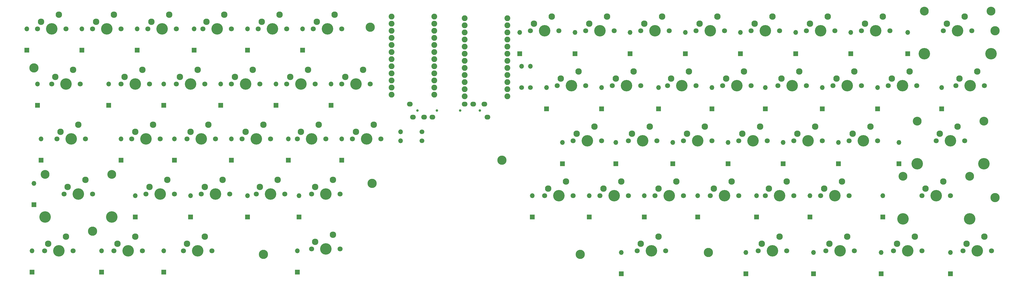
<source format=gbr>
%TF.GenerationSoftware,KiCad,Pcbnew,(5.1.6)-1*%
%TF.CreationDate,2020-11-23T11:28:14-06:00*%
%TF.ProjectId,kb,6b622e6b-6963-4616-945f-706362585858,rev?*%
%TF.SameCoordinates,Original*%
%TF.FileFunction,Soldermask,Bot*%
%TF.FilePolarity,Negative*%
%FSLAX46Y46*%
G04 Gerber Fmt 4.6, Leading zero omitted, Abs format (unit mm)*
G04 Created by KiCad (PCBNEW (5.1.6)-1) date 2020-11-23 11:28:14*
%MOMM*%
%LPD*%
G01*
G04 APERTURE LIST*
%ADD10C,1.800000*%
%ADD11C,4.100000*%
%ADD12C,2.300000*%
%ADD13O,2.100000X1.700000*%
%ADD14C,0.900000*%
%ADD15C,3.300000*%
%ADD16C,3.150000*%
%ADD17O,1.700000X1.700000*%
%ADD18C,1.700000*%
%ADD19R,1.700000X1.700000*%
%ADD20C,2.082800*%
G04 APERTURE END LIST*
D10*
%TO.C,One1*%
X61595000Y-27305000D03*
X51435000Y-27305000D03*
D11*
X56515000Y-27305000D03*
D12*
X52705000Y-24765000D03*
X59055000Y-22225000D03*
%TD*%
D13*
%TO.C,J3*%
X192275000Y-58815000D03*
X191175000Y-54215000D03*
X184175000Y-54215000D03*
D14*
X189575000Y-56515000D03*
X182575000Y-56515000D03*
D13*
X187175000Y-54215000D03*
%TD*%
%TO.C,J1*%
X164595000Y-54215000D03*
X165695000Y-58815000D03*
X172695000Y-58815000D03*
D14*
X167295000Y-56515000D03*
X174295000Y-56515000D03*
D13*
X169695000Y-58815000D03*
%TD*%
D15*
%TO.C, *%
X373380000Y-87630000D03*
%TD*%
%TO.C, *%
X373380000Y-27940000D03*
%TD*%
%TO.C, *%
X225425000Y-107950000D03*
%TD*%
%TO.C, *%
X197485000Y-74295000D03*
%TD*%
%TO.C, *%
X271145000Y-107315000D03*
%TD*%
D10*
%TO.C,Zero1*%
X296545000Y-27940000D03*
X286385000Y-27940000D03*
D11*
X291465000Y-27940000D03*
D12*
X287655000Y-25400000D03*
X294005000Y-22860000D03*
%TD*%
D10*
%TO.C,Y1*%
X227330000Y-47625000D03*
X217170000Y-47625000D03*
D11*
X222250000Y-47625000D03*
D12*
X218440000Y-45085000D03*
X224790000Y-42545000D03*
%TD*%
D10*
%TO.C,UnderScore1*%
X316230000Y-27940000D03*
X306070000Y-27940000D03*
D11*
X311150000Y-27940000D03*
D12*
X307340000Y-25400000D03*
X313690000Y-22860000D03*
%TD*%
D10*
%TO.C,U1*%
X247015000Y-47625000D03*
X236855000Y-47625000D03*
D11*
X241935000Y-47625000D03*
D12*
X238125000Y-45085000D03*
X244475000Y-42545000D03*
%TD*%
D10*
%TO.C,Six1*%
X217805000Y-27940000D03*
X207645000Y-27940000D03*
D11*
X212725000Y-27940000D03*
D12*
X208915000Y-25400000D03*
X215265000Y-22860000D03*
%TD*%
D10*
%TO.C,Seven1*%
X237490000Y-27940000D03*
X227330000Y-27940000D03*
D11*
X232410000Y-27940000D03*
D12*
X228600000Y-25400000D03*
X234950000Y-22860000D03*
%TD*%
D10*
%TO.C,RightWindows1*%
X323215000Y-106680000D03*
X313055000Y-106680000D03*
D11*
X318135000Y-106680000D03*
D12*
X314325000Y-104140000D03*
X320675000Y-101600000D03*
%TD*%
D10*
%TO.C,RightSpace1*%
X255905000Y-106680000D03*
X245745000Y-106680000D03*
D11*
X250825000Y-106680000D03*
D12*
X247015000Y-104140000D03*
X253365000Y-101600000D03*
%TD*%
D16*
%TO.C,RightShift1*%
X364325000Y-79995000D03*
X340525000Y-79995000D03*
D11*
X340525000Y-95235000D03*
X364325000Y-95235000D03*
D10*
X357505000Y-86995000D03*
X347345000Y-86995000D03*
D11*
X352425000Y-86995000D03*
D12*
X348615000Y-84455000D03*
X354965000Y-81915000D03*
%TD*%
D10*
%TO.C,RightCtrl1*%
X372110000Y-106680000D03*
X361950000Y-106680000D03*
D11*
X367030000Y-106680000D03*
D12*
X363220000Y-104140000D03*
X369570000Y-101600000D03*
%TD*%
D10*
%TO.C,RightBracket1*%
X345440000Y-47625000D03*
X335280000Y-47625000D03*
D11*
X340360000Y-47625000D03*
D12*
X336550000Y-45085000D03*
X342900000Y-42545000D03*
%TD*%
D10*
%TO.C,RightAlt1*%
X299085000Y-106680000D03*
X288925000Y-106680000D03*
D11*
X294005000Y-106680000D03*
D12*
X290195000Y-104140000D03*
X296545000Y-101600000D03*
%TD*%
D10*
%TO.C,RightAlligaotr1*%
X301625000Y-86995000D03*
X291465000Y-86995000D03*
D11*
X296545000Y-86995000D03*
D12*
X292735000Y-84455000D03*
X299085000Y-81915000D03*
%TD*%
D17*
%TO.C,R5*%
X204470000Y-40640000D03*
D18*
X204470000Y-48260000D03*
%TD*%
D17*
%TO.C,R4*%
X207645000Y-40640000D03*
D18*
X207645000Y-48260000D03*
%TD*%
D10*
%TO.C,QuoteSign1*%
X331470000Y-67310000D03*
X321310000Y-67310000D03*
D11*
X326390000Y-67310000D03*
D12*
X322580000Y-64770000D03*
X328930000Y-62230000D03*
%TD*%
D10*
%TO.C,QuestionMark1*%
X321310000Y-86995000D03*
X311150000Y-86995000D03*
D11*
X316230000Y-86995000D03*
D12*
X312420000Y-84455000D03*
X318770000Y-81915000D03*
%TD*%
D10*
%TO.C,P1*%
X306070000Y-47625000D03*
X295910000Y-47625000D03*
D11*
X300990000Y-47625000D03*
D12*
X297180000Y-45085000D03*
X303530000Y-42545000D03*
%TD*%
D10*
%TO.C,O1*%
X286385000Y-47625000D03*
X276225000Y-47625000D03*
D11*
X281305000Y-47625000D03*
D12*
X277495000Y-45085000D03*
X283845000Y-42545000D03*
%TD*%
D10*
%TO.C,Nine1*%
X276860000Y-27940000D03*
X266700000Y-27940000D03*
D11*
X271780000Y-27940000D03*
D12*
X267970000Y-25400000D03*
X274320000Y-22860000D03*
%TD*%
D10*
%TO.C,N1*%
X242570000Y-86995000D03*
X232410000Y-86995000D03*
D11*
X237490000Y-86995000D03*
D12*
X233680000Y-84455000D03*
X240030000Y-81915000D03*
%TD*%
D10*
%TO.C,MenuButton1*%
X347345000Y-106680000D03*
X337185000Y-106680000D03*
D11*
X342265000Y-106680000D03*
D12*
X338455000Y-104140000D03*
X344805000Y-101600000D03*
%TD*%
D10*
%TO.C,M1*%
X262255000Y-86995000D03*
X252095000Y-86995000D03*
D11*
X257175000Y-86995000D03*
D12*
X253365000Y-84455000D03*
X259715000Y-81915000D03*
%TD*%
D10*
%TO.C,LeftBracket1*%
X325755000Y-47625000D03*
X315595000Y-47625000D03*
D11*
X320675000Y-47625000D03*
D12*
X316865000Y-45085000D03*
X323215000Y-42545000D03*
%TD*%
D10*
%TO.C,LeftAligator1*%
X281940000Y-86995000D03*
X271780000Y-86995000D03*
D11*
X276860000Y-86995000D03*
D12*
X273050000Y-84455000D03*
X279400000Y-81915000D03*
%TD*%
D10*
%TO.C,L1*%
X292100000Y-67310000D03*
X281940000Y-67310000D03*
D11*
X287020000Y-67310000D03*
D12*
X283210000Y-64770000D03*
X289560000Y-62230000D03*
%TD*%
D10*
%TO.C,K1*%
X272415000Y-67310000D03*
X262255000Y-67310000D03*
D11*
X267335000Y-67310000D03*
D12*
X263525000Y-64770000D03*
X269875000Y-62230000D03*
%TD*%
D10*
%TO.C,J2*%
X252730000Y-67310000D03*
X242570000Y-67310000D03*
D11*
X247650000Y-67310000D03*
D12*
X243840000Y-64770000D03*
X250190000Y-62230000D03*
%TD*%
D10*
%TO.C,I1*%
X266700000Y-47625000D03*
X256540000Y-47625000D03*
D11*
X261620000Y-47625000D03*
D12*
X257810000Y-45085000D03*
X264160000Y-42545000D03*
%TD*%
D10*
%TO.C,H1*%
X233045000Y-67310000D03*
X222885000Y-67310000D03*
D11*
X227965000Y-67310000D03*
D12*
X224155000Y-64770000D03*
X230505000Y-62230000D03*
%TD*%
D10*
%TO.C,EqualsSign1*%
X335915000Y-27940000D03*
X325755000Y-27940000D03*
D11*
X330835000Y-27940000D03*
D12*
X327025000Y-25400000D03*
X333375000Y-22860000D03*
%TD*%
D16*
%TO.C,Enter1*%
X369405000Y-60310000D03*
X345605000Y-60310000D03*
D11*
X345605000Y-75550000D03*
X369405000Y-75550000D03*
D10*
X362585000Y-67310000D03*
X352425000Y-67310000D03*
D11*
X357505000Y-67310000D03*
D12*
X353695000Y-64770000D03*
X360045000Y-62230000D03*
%TD*%
D10*
%TO.C,Eight1*%
X257175000Y-27940000D03*
X247015000Y-27940000D03*
D11*
X252095000Y-27940000D03*
D12*
X248285000Y-25400000D03*
X254635000Y-22860000D03*
%TD*%
D17*
%TO.C,D63*%
X357505000Y-107315000D03*
D19*
X357505000Y-114935000D03*
%TD*%
D17*
%TO.C,D62*%
X333375000Y-86995000D03*
D19*
X333375000Y-94615000D03*
%TD*%
D17*
%TO.C,D61*%
X339090000Y-67945000D03*
D19*
X339090000Y-75565000D03*
%TD*%
D17*
%TO.C,D60*%
X354330000Y-48260000D03*
D19*
X354330000Y-55880000D03*
%TD*%
D17*
%TO.C,D59*%
X342265000Y-28575000D03*
D19*
X342265000Y-36195000D03*
%TD*%
D17*
%TO.C,D58*%
X332740000Y-107315000D03*
D19*
X332740000Y-114935000D03*
%TD*%
D17*
%TO.C,D57*%
X307340000Y-86995000D03*
D19*
X307340000Y-94615000D03*
%TD*%
D17*
%TO.C,D56*%
X317500000Y-67945000D03*
D19*
X317500000Y-75565000D03*
%TD*%
D17*
%TO.C,D55*%
X331470000Y-48260000D03*
D19*
X331470000Y-55880000D03*
%TD*%
D17*
%TO.C,D54*%
X321945000Y-28575000D03*
D19*
X321945000Y-36195000D03*
%TD*%
D17*
%TO.C,D53*%
X308610000Y-107315000D03*
D19*
X308610000Y-114935000D03*
%TD*%
D17*
%TO.C,D52*%
X288290000Y-86995000D03*
D19*
X288290000Y-94615000D03*
%TD*%
D17*
%TO.C,D51*%
X297815000Y-67945000D03*
D19*
X297815000Y-75565000D03*
%TD*%
D17*
%TO.C,D50*%
X311785000Y-48260000D03*
D19*
X311785000Y-55880000D03*
%TD*%
D17*
%TO.C,D49*%
X302260000Y-28575000D03*
D19*
X302260000Y-36195000D03*
%TD*%
D17*
%TO.C,D48*%
X284480000Y-107315000D03*
D19*
X284480000Y-114935000D03*
%TD*%
D17*
%TO.C,D47*%
X267335000Y-86995000D03*
D19*
X267335000Y-94615000D03*
%TD*%
D17*
%TO.C,D46*%
X278130000Y-67945000D03*
D19*
X278130000Y-75565000D03*
%TD*%
D17*
%TO.C,D45*%
X291465000Y-48260000D03*
D19*
X291465000Y-55880000D03*
%TD*%
D17*
%TO.C,D44*%
X282575000Y-28575000D03*
D19*
X282575000Y-36195000D03*
%TD*%
D17*
%TO.C,D43*%
X240030000Y-107315000D03*
D19*
X240030000Y-114935000D03*
%TD*%
D17*
%TO.C,D42*%
X248285000Y-86995000D03*
D19*
X248285000Y-94615000D03*
%TD*%
D17*
%TO.C,D41*%
X258445000Y-67945000D03*
D19*
X258445000Y-75565000D03*
%TD*%
D17*
%TO.C,D40*%
X272415000Y-48260000D03*
D19*
X272415000Y-55880000D03*
%TD*%
D17*
%TO.C,D39*%
X262890000Y-28575000D03*
D19*
X262890000Y-36195000D03*
%TD*%
D17*
%TO.C,D38*%
X228600000Y-86995000D03*
D19*
X228600000Y-94615000D03*
%TD*%
D17*
%TO.C,D37*%
X238125000Y-67945000D03*
D19*
X238125000Y-75565000D03*
%TD*%
D17*
%TO.C,D36*%
X253365000Y-48260000D03*
D19*
X253365000Y-55880000D03*
%TD*%
D17*
%TO.C,D35*%
X243205000Y-28575000D03*
D19*
X243205000Y-36195000D03*
%TD*%
D17*
%TO.C,D34*%
X208280000Y-86995000D03*
D19*
X208280000Y-94615000D03*
%TD*%
D17*
%TO.C,D33*%
X219075000Y-67945000D03*
D19*
X219075000Y-75565000D03*
%TD*%
D17*
%TO.C,D32*%
X233045000Y-48260000D03*
D19*
X233045000Y-55880000D03*
%TD*%
D17*
%TO.C,D31*%
X223520000Y-28575000D03*
D19*
X223520000Y-36195000D03*
%TD*%
D17*
%TO.C,D30*%
X213360000Y-48260000D03*
D19*
X213360000Y-55880000D03*
%TD*%
D17*
%TO.C,D29*%
X203835000Y-28575000D03*
D19*
X203835000Y-36195000D03*
%TD*%
D10*
%TO.C,Colon1*%
X311785000Y-67310000D03*
X301625000Y-67310000D03*
D11*
X306705000Y-67310000D03*
D12*
X302895000Y-64770000D03*
X309245000Y-62230000D03*
%TD*%
D16*
%TO.C,Bckspce1*%
X371945000Y-20940000D03*
X348145000Y-20940000D03*
D11*
X348145000Y-36180000D03*
X371945000Y-36180000D03*
D10*
X365125000Y-27940000D03*
X354965000Y-27940000D03*
D11*
X360045000Y-27940000D03*
D12*
X356235000Y-25400000D03*
X362585000Y-22860000D03*
%TD*%
D10*
%TO.C,Bar1*%
X369570000Y-47625000D03*
X359410000Y-47625000D03*
D11*
X364490000Y-47625000D03*
D12*
X360680000Y-45085000D03*
X367030000Y-42545000D03*
%TD*%
D20*
%TO.C,B3*%
X199390000Y-23495000D03*
X199390000Y-26035000D03*
X199390000Y-28575000D03*
X199390000Y-31115000D03*
X199390000Y-33655000D03*
X199390000Y-36195000D03*
X199390000Y-38735000D03*
X199390000Y-41275000D03*
X199390000Y-43815000D03*
X199390000Y-46355000D03*
X199390000Y-48895000D03*
X199390000Y-51435000D03*
X184150000Y-51435000D03*
X184150000Y-48895000D03*
X184150000Y-46355000D03*
X184150000Y-43815000D03*
X184150000Y-41275000D03*
X184150000Y-38735000D03*
X184150000Y-36195000D03*
X184150000Y-33655000D03*
X184150000Y-31115000D03*
X184150000Y-28575000D03*
X184150000Y-26035000D03*
X184150000Y-23495000D03*
%TD*%
D10*
%TO.C,B2*%
X222885000Y-86995000D03*
X212725000Y-86995000D03*
D11*
X217805000Y-86995000D03*
D12*
X213995000Y-84455000D03*
X220345000Y-81915000D03*
%TD*%
D15*
%TO.C, *%
X51435000Y-99695000D03*
%TD*%
%TO.C, *%
X30480000Y-41275000D03*
%TD*%
%TO.C, *%
X150495000Y-26670000D03*
%TD*%
%TO.C, *%
X151130000Y-82550000D03*
%TD*%
%TO.C, *%
X112395000Y-107950000D03*
%TD*%
D10*
%TO.C,Z1*%
X80645000Y-86360000D03*
X70485000Y-86360000D03*
D11*
X75565000Y-86360000D03*
D12*
X71755000Y-83820000D03*
X78105000Y-81280000D03*
%TD*%
D10*
%TO.C,X1*%
X100330000Y-86360000D03*
X90170000Y-86360000D03*
D11*
X95250000Y-86360000D03*
D12*
X91440000Y-83820000D03*
X97790000Y-81280000D03*
%TD*%
D10*
%TO.C,Windows1*%
X69215000Y-106680000D03*
X59055000Y-106680000D03*
D11*
X64135000Y-106680000D03*
D12*
X60325000Y-104140000D03*
X66675000Y-101600000D03*
%TD*%
D10*
%TO.C,W1*%
X91440000Y-46990000D03*
X81280000Y-46990000D03*
D11*
X86360000Y-46990000D03*
D12*
X82550000Y-44450000D03*
X88900000Y-41910000D03*
%TD*%
D10*
%TO.C,V1*%
X139700000Y-86360000D03*
X129540000Y-86360000D03*
D11*
X134620000Y-86360000D03*
D12*
X130810000Y-83820000D03*
X137160000Y-81280000D03*
%TD*%
D10*
%TO.C,Two1*%
X81280000Y-27305000D03*
X71120000Y-27305000D03*
D11*
X76200000Y-27305000D03*
D12*
X72390000Y-24765000D03*
X78740000Y-22225000D03*
%TD*%
D10*
%TO.C,three1*%
X100965000Y-27305000D03*
X90805000Y-27305000D03*
D11*
X95885000Y-27305000D03*
D12*
X92075000Y-24765000D03*
X98425000Y-22225000D03*
%TD*%
D10*
%TO.C,Tab1*%
X46990000Y-46990000D03*
X36830000Y-46990000D03*
D11*
X41910000Y-46990000D03*
D12*
X38100000Y-44450000D03*
X44450000Y-41910000D03*
%TD*%
D10*
%TO.C,T1*%
X150495000Y-46990000D03*
X140335000Y-46990000D03*
D11*
X145415000Y-46990000D03*
D12*
X141605000Y-44450000D03*
X147955000Y-41910000D03*
%TD*%
D10*
%TO.C,Space1*%
X139700000Y-106045000D03*
X129540000Y-106045000D03*
D11*
X134620000Y-106045000D03*
D12*
X130810000Y-103505000D03*
X137160000Y-100965000D03*
%TD*%
D16*
%TO.C,Shift1*%
X58255000Y-79360000D03*
X34455000Y-79360000D03*
D11*
X34455000Y-94600000D03*
X58255000Y-94600000D03*
D10*
X51435000Y-86360000D03*
X41275000Y-86360000D03*
D11*
X46355000Y-86360000D03*
D12*
X42545000Y-83820000D03*
X48895000Y-81280000D03*
%TD*%
D10*
%TO.C,S1*%
X95250000Y-66675000D03*
X85090000Y-66675000D03*
D11*
X90170000Y-66675000D03*
D12*
X86360000Y-64135000D03*
X92710000Y-61595000D03*
%TD*%
D10*
%TO.C,R3*%
X130810000Y-46990000D03*
X120650000Y-46990000D03*
D11*
X125730000Y-46990000D03*
D12*
X121920000Y-44450000D03*
X128270000Y-41910000D03*
%TD*%
D17*
%TO.C,R2*%
X161290000Y-67310000D03*
D18*
X168910000Y-67310000D03*
%TD*%
D17*
%TO.C,R1*%
X161290000Y-64135000D03*
D18*
X168910000Y-64135000D03*
%TD*%
D10*
%TO.C,Q1*%
X71755000Y-46990000D03*
X61595000Y-46990000D03*
D11*
X66675000Y-46990000D03*
D12*
X62865000Y-44450000D03*
X69215000Y-41910000D03*
%TD*%
D10*
%TO.C,G1*%
X154305000Y-66675000D03*
X144145000Y-66675000D03*
D11*
X149225000Y-66675000D03*
D12*
X145415000Y-64135000D03*
X151765000Y-61595000D03*
%TD*%
D10*
%TO.C,Four1*%
X120650000Y-27305000D03*
X110490000Y-27305000D03*
D11*
X115570000Y-27305000D03*
D12*
X111760000Y-24765000D03*
X118110000Y-22225000D03*
%TD*%
D10*
%TO.C,Five1*%
X140335000Y-27305000D03*
X130175000Y-27305000D03*
D11*
X135255000Y-27305000D03*
D12*
X131445000Y-24765000D03*
X137795000Y-22225000D03*
%TD*%
D10*
%TO.C,F1*%
X134620000Y-66675000D03*
X124460000Y-66675000D03*
D11*
X129540000Y-66675000D03*
D12*
X125730000Y-64135000D03*
X132080000Y-61595000D03*
%TD*%
D10*
%TO.C,esc1*%
X41910000Y-27305000D03*
X31750000Y-27305000D03*
D11*
X36830000Y-27305000D03*
D12*
X33020000Y-24765000D03*
X39370000Y-22225000D03*
%TD*%
D10*
%TO.C,E1*%
X111125000Y-46990000D03*
X100965000Y-46990000D03*
D11*
X106045000Y-46990000D03*
D12*
X102235000Y-44450000D03*
X108585000Y-41910000D03*
%TD*%
D10*
%TO.C,D28*%
X114935000Y-66675000D03*
X104775000Y-66675000D03*
D11*
X109855000Y-66675000D03*
D12*
X106045000Y-64135000D03*
X112395000Y-61595000D03*
%TD*%
D17*
%TO.C,D27*%
X140335000Y-66675000D03*
D19*
X140335000Y-74295000D03*
%TD*%
D17*
%TO.C,D26*%
X136525000Y-46990000D03*
D19*
X136525000Y-54610000D03*
%TD*%
D17*
%TO.C,D25*%
X126365000Y-27305000D03*
D19*
X126365000Y-34925000D03*
%TD*%
D17*
%TO.C,D24*%
X125095000Y-86995000D03*
D19*
X125095000Y-94615000D03*
%TD*%
D17*
%TO.C,D23*%
X121285000Y-66675000D03*
D19*
X121285000Y-74295000D03*
%TD*%
D17*
%TO.C,D22*%
X116840000Y-46990000D03*
D19*
X116840000Y-54610000D03*
%TD*%
D17*
%TO.C,D21*%
X106680000Y-27305000D03*
D19*
X106680000Y-34925000D03*
%TD*%
D17*
%TO.C,D20*%
X124460000Y-106680000D03*
D19*
X124460000Y-114300000D03*
%TD*%
D17*
%TO.C,D19*%
X106680000Y-86995000D03*
D19*
X106680000Y-94615000D03*
%TD*%
D17*
%TO.C,D18*%
X100965000Y-66675000D03*
D19*
X100965000Y-74295000D03*
%TD*%
D17*
%TO.C,D17*%
X97155000Y-46990000D03*
D19*
X97155000Y-54610000D03*
%TD*%
D17*
%TO.C,D16*%
X87630000Y-27305000D03*
D19*
X87630000Y-34925000D03*
%TD*%
D17*
%TO.C,D15*%
X76835000Y-106680000D03*
D19*
X76835000Y-114300000D03*
%TD*%
D17*
%TO.C,D14*%
X86360000Y-86995000D03*
D19*
X86360000Y-94615000D03*
%TD*%
D17*
%TO.C,D13*%
X80645000Y-66675000D03*
D19*
X80645000Y-74295000D03*
%TD*%
D17*
%TO.C,D12*%
X76835000Y-46990000D03*
D19*
X76835000Y-54610000D03*
%TD*%
D17*
%TO.C,D11*%
X67310000Y-27305000D03*
D19*
X67310000Y-34925000D03*
%TD*%
D17*
%TO.C,D10*%
X54610000Y-106680000D03*
D19*
X54610000Y-114300000D03*
%TD*%
D17*
%TO.C,D9*%
X66675000Y-86995000D03*
D19*
X66675000Y-94615000D03*
%TD*%
D17*
%TO.C,D8*%
X61595000Y-66675000D03*
D19*
X61595000Y-74295000D03*
%TD*%
D17*
%TO.C,D7*%
X57150000Y-46990000D03*
D19*
X57150000Y-54610000D03*
%TD*%
D17*
%TO.C,D6*%
X47625000Y-27305000D03*
D19*
X47625000Y-34925000D03*
%TD*%
D17*
%TO.C,D5*%
X29845000Y-106680000D03*
D19*
X29845000Y-114300000D03*
%TD*%
D17*
%TO.C,D4*%
X30480000Y-82550000D03*
D19*
X30480000Y-90170000D03*
%TD*%
D17*
%TO.C,D3*%
X33020000Y-66675000D03*
D19*
X33020000Y-74295000D03*
%TD*%
D17*
%TO.C,D2*%
X31750000Y-46990000D03*
D19*
X31750000Y-54610000D03*
%TD*%
D17*
%TO.C,D1*%
X27940000Y-27305000D03*
D19*
X27940000Y-34925000D03*
%TD*%
D10*
%TO.C,Ctrl1*%
X44450000Y-106680000D03*
X34290000Y-106680000D03*
D11*
X39370000Y-106680000D03*
D12*
X35560000Y-104140000D03*
X41910000Y-101600000D03*
%TD*%
D10*
%TO.C,Caps1*%
X48895000Y-66675000D03*
X38735000Y-66675000D03*
D11*
X43815000Y-66675000D03*
D12*
X40005000Y-64135000D03*
X46355000Y-61595000D03*
%TD*%
D10*
%TO.C,C1*%
X120015000Y-86360000D03*
X109855000Y-86360000D03*
D11*
X114935000Y-86360000D03*
D12*
X111125000Y-83820000D03*
X117475000Y-81280000D03*
%TD*%
D20*
%TO.C,B1*%
X173355000Y-22860000D03*
X173355000Y-25400000D03*
X173355000Y-27940000D03*
X173355000Y-30480000D03*
X173355000Y-33020000D03*
X173355000Y-35560000D03*
X173355000Y-38100000D03*
X173355000Y-40640000D03*
X173355000Y-43180000D03*
X173355000Y-45720000D03*
X173355000Y-48260000D03*
X173355000Y-50800000D03*
X158115000Y-50800000D03*
X158115000Y-48260000D03*
X158115000Y-45720000D03*
X158115000Y-43180000D03*
X158115000Y-40640000D03*
X158115000Y-38100000D03*
X158115000Y-35560000D03*
X158115000Y-33020000D03*
X158115000Y-30480000D03*
X158115000Y-27940000D03*
X158115000Y-25400000D03*
X158115000Y-22860000D03*
%TD*%
D10*
%TO.C,Alt1*%
X93980000Y-106680000D03*
X83820000Y-106680000D03*
D11*
X88900000Y-106680000D03*
D12*
X85090000Y-104140000D03*
X91440000Y-101600000D03*
%TD*%
D10*
%TO.C,A1*%
X75565000Y-66675000D03*
X65405000Y-66675000D03*
D11*
X70485000Y-66675000D03*
D12*
X66675000Y-64135000D03*
X73025000Y-61595000D03*
%TD*%
M02*

</source>
